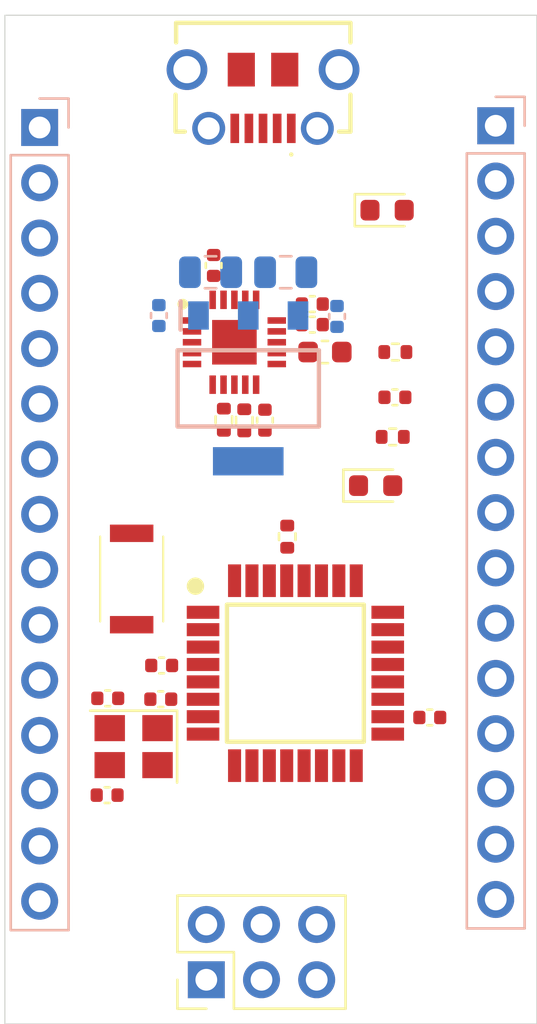
<source format=kicad_pcb>
(kicad_pcb (version 20241229) (generator "pcbnew") (generator_version "9.0")
  (title_block (title "${PCB_NAME}") (date "${CURRENT_DATE}") (rev "${PCB_VERSION}"))
  (layers (0 "F.Cu" mixed) (2 "B.Cu" mixed) (13 "F.Paste" user) (15 "B.Paste" user) (5 "F.SilkS" user "F.Silkscreen") (7 "B.SilkS" user "B.Silkscreen") (1 "F.Mask" user) (3 "B.Mask" user) (25 "Edge.Cuts" user))
  (net 0 "")
  (net 1 "USB_SERIAL.CBUS2")
  (net 2 "A1")
  (net 3 "D8")
  (net 4 "D6")
  (net 5 "MCU.oscpair_XIN")
  (net 6 "LED_L_ANODE")
  (net 7 "D4")
  (net 8 "D7")
  (net 9 "USB_SERIAL.NC_2")
  (net 10 "USB_SERIAL.USBDM_INTERNAL")
  (net 11 "VCC_3V3")
  (net 12 "USB_DATA_D_P")
  (net 13 "A4")
  (net 14 "A7")
  (net 15 "USB_DATA_D_N")
  (net 16 "A5")
  (net 17 "D2")
  (net 18 "D5")
  (net 19 "VCC_VIN")
  (net 20 "UART_RX")
  (net 21 "AREF")
  (net 22 "USB_SERIAL.CBUS3")
  (net 23 "USB_SERIAL.NC")
  (net 24 "D9")
  (net 25 "D11")
  (net 26 "A6")
  (net 27 "USB_SERIAL.NC_3")
  (net 28 "GND")
  (net 29 "LED_PWR_ANODE")
  (net 30 "D10")
  (net 31 "D3")
  (net 32 "USB_SERIAL.RTS")
  (net 33 "VCC_5V")
  (net 34 "USB_SERIAL.CTS")
  (net 35 "USB_SERIAL.P3V3OUT")
  (net 36 "D13")
  (net 37 "USB_VBUS")
  (net 38 "D12")
  (net 39 "A2")
  (net 40 "RESET")
  (net 41 "UART_TX")
  (net 42 "DTR")
  (net 43 "MCU.oscpair_XOUT")
  (net 44 "USB_SERIAL.USBDP_INTERNAL")
  (net 45 "A3")
  (net 46 "A0")
  (net 47 "USB_SERIAL.CBUS1")
  (net 48 "NC")
  (net 49 "USB_SERIAL.CBUS0")
  (footprint "QFN50P400X400X80-21N:QFN50P400X400X80-21N" (layer "F.Cu") (at 84.0225 105.11)
    (property "Reference" "IC3" (hide yes))
    (property "Value" "FT231XQMR" (hide yes))
    (fp_circle (center -2.375 -1.75) (end -2.375 -1.625) (stroke (width 0.25)) (fill no) (layer "F.SilkS"))
    (pad "1" smd rect (at -1.95 -1 90) (size 0.3 0.85) (layers "F.Cu" "F.Mask" "F.Paste") (net 20 "UART_RX"))
    (pad "2" smd rect (at -1.95 -0.5 90) (size 0.3 0.85) (layers "F.Cu" "F.Mask" "F.Paste") (net 27 "USB_SERIAL.NC_3"))
    (pad "3" smd rect (at -1.95 0 90) (size 0.3 0.85) (layers "F.Cu" "F.Mask" "F.Paste") (net 28 "GND"))
    (pad "4" smd rect (at -1.95 0.5 90) (size 0.3 0.85) (layers "F.Cu" "F.Mask" "F.Paste") (net 23 "USB_SERIAL.NC"))
    (pad "5" smd rect (at -1.95 1 90) (size 0.3 0.85) (layers "F.Cu" "F.Mask" "F.Paste") (net 9 "USB_SERIAL.NC_2"))
    (pad "6" smd rect (at -1 1.95) (size 0.3 0.85) (layers "F.Cu" "F.Mask" "F.Paste") (net 34 "USB_SERIAL.CTS"))
    (pad "7" smd rect (at -0.5 1.95) (size 0.3 0.85) (layers "F.Cu" "F.Mask" "F.Paste") (net 1 "USB_SERIAL.CBUS2"))
    (pad "8" smd rect (at 0 1.95) (size 0.3 0.85) (layers "F.Cu" "F.Mask" "F.Paste") (net 44 "USB_SERIAL.USBDP_INTERNAL"))
    (pad "9" smd rect (at 0.5 1.95) (size 0.3 0.85) (layers "F.Cu" "F.Mask" "F.Paste") (net 10 "USB_SERIAL.USBDM_INTERNAL"))
    (pad "10" smd rect (at 1 1.95) (size 0.3 0.85) (layers "F.Cu" "F.Mask" "F.Paste") (net 35 "USB_SERIAL.P3V3OUT"))
    (pad "11" smd rect (at 1.95 1 90) (size 0.3 0.85) (layers "F.Cu" "F.Mask" "F.Paste") (net 33 "VCC_5V"))
    (pad "12" smd rect (at 1.95 0.5 90) (size 0.3 0.85) (layers "F.Cu" "F.Mask" "F.Paste") (net 33 "VCC_5V"))
    (pad "13" smd rect (at 1.95 0 90) (size 0.3 0.85) (layers "F.Cu" "F.Mask" "F.Paste") (net 28 "GND"))
    (pad "14" smd rect (at 1.95 -0.5 90) (size 0.3 0.85) (layers "F.Cu" "F.Mask" "F.Paste") (net 47 "USB_SERIAL.CBUS1"))
    (pad "15" smd rect (at 1.95 -1 90) (size 0.3 0.85) (layers "F.Cu" "F.Mask" "F.Paste") (net 49 "USB_SERIAL.CBUS0"))
    (pad "16" smd rect (at 1 -1.95) (size 0.3 0.85) (layers "F.Cu" "F.Mask" "F.Paste") (net 22 "USB_SERIAL.CBUS3"))
    (pad "17" smd rect (at 0.5 -1.95) (size 0.3 0.85) (layers "F.Cu" "F.Mask" "F.Paste") (net 41 "UART_TX"))
    (pad "18" smd rect (at 0 -1.95) (size 0.3 0.85) (layers "F.Cu" "F.Mask" "F.Paste") (net 42 "DTR"))
    (pad "19" smd rect (at -0.5 -1.95) (size 0.3 0.85) (layers "F.Cu" "F.Mask" "F.Paste") (net 32 "USB_SERIAL.RTS"))
    (pad "20" smd rect (at -1 -1.95) (size 0.3 0.85) (layers "F.Cu" "F.Mask" "F.Paste") (net 33 "VCC_5V"))
    (pad "21" smd rect (at 0 0) (size 2.05 2.05) (layers "F.Cu" "F.Mask" "F.Paste") (net 28 "GND"))
  )
  (footprint "C_0402_1005Metric:C_0402_1005Metric" (layer "F.Cu") (at 91.41 107.64)
    (property "Reference" "C1" (hide yes))
    (property "Value" "100nF" (hide yes))
    (fp_line (start -0.107836 -0.36) (end 0.107836 -0.36) (stroke (width 0.12)) (layer "F.SilkS"))
    (fp_line (start -0.107836 0.36) (end 0.107836 0.36) (stroke (width 0.12)) (layer "F.SilkS"))
    (pad "1" smd roundrect (at -0.48 0) (size 0.56 0.62) (layers "F.Cu" "F.Mask" "F.Paste") (net 42 "DTR"))
    (pad "2" smd roundrect (at 0.48 0) (size 0.56 0.62) (layers "F.Cu" "F.Mask" "F.Paste") (net 40 "RESET"))
  )
  (footprint "C_0402_1005Metric:C_0402_1005Metric" (layer "F.Cu") (at 85.4275 108.69 -90)
    (property "Reference" "C11" (hide yes))
    (property "Value" "100nF 6.3V" (hide yes))
    (fp_line (start -0.107836 0.36) (end 0.107836 0.36) (stroke (width 0.12)) (layer "F.SilkS"))
    (fp_line (start -0.107836 -0.36) (end 0.107836 -0.36) (stroke (width 0.12)) (layer "F.SilkS"))
    (pad "1" smd roundrect (at -0.48 0 270) (size 0.56 0.62) (layers "F.Cu" "F.Mask" "F.Paste") (net 35 "USB_SERIAL.P3V3OUT"))
    (pad "2" smd roundrect (at 0.48 0 270) (size 0.56 0.62) (layers "F.Cu" "F.Mask" "F.Paste") (net 28 "GND"))
  )
  (footprint "C_0402_1005Metric:C_0402_1005Metric" (layer "F.Cu") (at 80.635 121.515 180)
    (property "Reference" "C3" (hide yes))
    (property "Value" "100nF 6.3V" (hide yes))
    (fp_line (start -0.107836 0.36) (end 0.107836 0.36) (stroke (width 0.12)) (layer "F.SilkS"))
    (fp_line (start -0.107836 -0.36) (end 0.107836 -0.36) (stroke (width 0.12)) (layer "F.SilkS"))
    (pad "1" smd roundrect (at -0.48 0 180) (size 0.56 0.62) (layers "F.Cu" "F.Mask" "F.Paste") (net 33 "VCC_5V"))
    (pad "2" smd roundrect (at 0.48 0 180) (size 0.56 0.62) (layers "F.Cu" "F.Mask" "F.Paste") (net 28 "GND"))
  )
  (footprint "Crystal_SMD_3225-4Pin_3.2x2.5mm:Crystal_SMD_3225-4Pin_3.2x2.5mm" (layer "F.Cu") (at 79.385 123.695 180)
    (property "Reference" "Y1" (hide yes))
    (property "Value" "16MHz 18pF" (hide yes))
    (fp_line (start -2 1.65) (end 2 1.65) (stroke (width 0.12)) (layer "F.SilkS"))
    (fp_line (start -2 -1.65) (end -2 1.65) (stroke (width 0.12)) (layer "F.SilkS"))
    (pad "1" smd rect (at -1.1 0.85 180) (size 1.4 1.2) (layers "F.Cu" "F.Mask" "F.Paste") (net 5 "MCU.oscpair_XIN"))
    (pad "2" smd rect (at 1.1 0.85 180) (size 1.4 1.2) (layers "F.Cu" "F.Mask" "F.Paste") (net 28 "GND"))
    (pad "3" smd rect (at 1.1 -0.85 180) (size 1.4 1.2) (layers "F.Cu" "F.Mask" "F.Paste") (net 43 "MCU.oscpair_XOUT"))
    (pad "4" smd rect (at -1.1 -0.85 180) (size 1.4 1.2) (layers "F.Cu" "F.Mask" "F.Paste") (net 28 "GND"))
  )
  (footprint "C_0402_1005Metric:C_0402_1005Metric" (layer "F.Cu") (at 93.015 122.355)
    (property "Reference" "C4" (hide yes))
    (property "Value" "100nF 6.3V" (hide yes))
    (fp_line (start -0.107836 -0.36) (end 0.107836 -0.36) (stroke (width 0.12)) (layer "F.SilkS"))
    (fp_line (start -0.107836 0.36) (end 0.107836 0.36) (stroke (width 0.12)) (layer "F.SilkS"))
    (pad "1" smd roundrect (at -0.48 0) (size 0.56 0.62) (layers "F.Cu" "F.Mask" "F.Paste") (net 33 "VCC_5V"))
    (pad "2" smd roundrect (at 0.48 0) (size 0.56 0.62) (layers "F.Cu" "F.Mask" "F.Paste") (net 28 "GND"))
  )
  (footprint "C_0402_1005Metric:C_0402_1005Metric" (layer "F.Cu") (at 87.6075 103.355)
    (property "Reference" "C13" (hide yes))
    (property "Value" "100nF 10V" (hide yes))
    (fp_line (start -0.107836 -0.36) (end 0.107836 -0.36) (stroke (width 0.12)) (layer "F.SilkS"))
    (fp_line (start -0.107836 0.36) (end 0.107836 0.36) (stroke (width 0.12)) (layer "F.SilkS"))
    (pad "1" smd roundrect (at -0.48 0) (size 0.56 0.62) (layers "F.Cu" "F.Mask" "F.Paste") (net 33 "VCC_5V"))
    (pad "2" smd roundrect (at 0.48 0) (size 0.56 0.62) (layers "F.Cu" "F.Mask" "F.Paste") (net 28 "GND"))
  )
  (footprint "QFP80P900X900X120-32N:QFP80P900X900X120-32N" (layer "F.Cu") (at 86.83 120.32)
    (property "Reference" "IC1" (hide yes))
    (property "Value" "ATMEGA328PMAU" (hide yes))
    (fp_line (start -3.15 -3.15) (end 3.15 -3.15) (stroke (width 0.2)) (layer "F.SilkS"))
    (fp_line (start -3.15 3.15) (end -3.15 -3.15) (stroke (width 0.2)) (layer "F.SilkS"))
    (fp_line (start 3.15 -3.15) (end 3.15 3.15) (stroke (width 0.2)) (layer "F.SilkS"))
    (fp_line (start 3.15 3.15) (end -3.15 3.15) (stroke (width 0.2)) (layer "F.SilkS"))
    (fp_circle (center -4.6 -4) (end -4.6 -3.8) (stroke (width 0.4)) (fill no) (layer "F.SilkS"))
    (pad "1" smd rect (at -4.25 -2.8 90) (size 0.6 1.5) (layers "F.Cu" "F.Mask" "F.Paste") (net 31 "D3"))
    (pad "2" smd rect (at -4.25 -2 90) (size 0.6 1.5) (layers "F.Cu" "F.Mask" "F.Paste") (net 7 "D4"))
    (pad "3" smd rect (at -4.25 -1.2 90) (size 0.6 1.5) (layers "F.Cu" "F.Mask" "F.Paste") (net 28 "GND"))
    (pad "4" smd rect (at -4.25 -0.4 90) (size 0.6 1.5) (layers "F.Cu" "F.Mask" "F.Paste") (net 33 "VCC_5V"))
    (pad "5" smd rect (at -4.25 0.4 90) (size 0.6 1.5) (layers "F.Cu" "F.Mask" "F.Paste") (net 28 "GND"))
    (pad "6" smd rect (at -4.25 1.2 90) (size 0.6 1.5) (layers "F.Cu" "F.Mask" "F.Paste") (net 33 "VCC_5V"))
    (pad "7" smd rect (at -4.25 2 90) (size 0.6 1.5) (layers "F.Cu" "F.Mask" "F.Paste") (net 5 "MCU.oscpair_XIN"))
    (pad "8" smd rect (at -4.25 2.8 90) (size 0.6 1.5) (layers "F.Cu" "F.Mask" "F.Paste") (net 43 "MCU.oscpair_XOUT"))
    (pad "9" smd rect (at -2.8 4.25) (size 0.6 1.5) (layers "F.Cu" "F.Mask" "F.Paste") (net 18 "D5"))
    (pad "10" smd rect (at -2 4.25) (size 0.6 1.5) (layers "F.Cu" "F.Mask" "F.Paste") (net 4 "D6"))
    (pad "11" smd rect (at -1.2 4.25) (size 0.6 1.5) (layers "F.Cu" "F.Mask" "F.Paste") (net 8 "D7"))
    (pad "12" smd rect (at -0.4 4.25) (size 0.6 1.5) (layers "F.Cu" "F.Mask" "F.Paste") (net 3 "D8"))
    (pad "13" smd rect (at 0.4 4.25) (size 0.6 1.5) (layers "F.Cu" "F.Mask" "F.Paste") (net 24 "D9"))
    (pad "14" smd rect (at 1.2 4.25) (size 0.6 1.5) (layers "F.Cu" "F.Mask" "F.Paste") (net 30 "D10"))
    (pad "15" smd rect (at 2 4.25) (size 0.6 1.5) (layers "F.Cu" "F.Mask" "F.Paste") (net 25 "D11"))
    (pad "16" smd rect (at 2.8 4.25) (size 0.6 1.5) (layers "F.Cu" "F.Mask" "F.Paste") (net 38 "D12"))
    (pad "17" smd rect (at 4.25 2.8 90) (size 0.6 1.5) (layers "F.Cu" "F.Mask" "F.Paste") (net 36 "D13"))
    (pad "18" smd rect (at 4.25 2 90) (size 0.6 1.5) (layers "F.Cu" "F.Mask" "F.Paste") (net 33 "VCC_5V"))
    (pad "19" smd rect (at 4.25 1.2 90) (size 0.6 1.5) (layers "F.Cu" "F.Mask" "F.Paste") (net 26 "A6"))
    (pad "20" smd rect (at 4.25 0.4 90) (size 0.6 1.5) (layers "F.Cu" "F.Mask" "F.Paste") (net 21 "AREF"))
    (pad "21" smd rect (at 4.25 -0.4 90) (size 0.6 1.5) (layers "F.Cu" "F.Mask" "F.Paste") (net 28 "GND"))
    (pad "22" smd rect (at 4.25 -1.2 90) (size 0.6 1.5) (layers "F.Cu" "F.Mask" "F.Paste") (net 14 "A7"))
    (pad "23" smd rect (at 4.25 -2 90) (size 0.6 1.5) (layers "F.Cu" "F.Mask" "F.Paste") (net 46 "A0"))
    (pad "24" smd rect (at 4.25 -2.8 90) (size 0.6 1.5) (layers "F.Cu" "F.Mask" "F.Paste") (net 2 "A1"))
    (pad "25" smd rect (at 2.8 -4.25) (size 0.6 1.5) (layers "F.Cu" "F.Mask" "F.Paste") (net 39 "A2"))
    (pad "26" smd rect (at 2 -4.25) (size 0.6 1.5) (layers "F.Cu" "F.Mask" "F.Paste") (net 45 "A3"))
    (pad "27" smd rect (at 1.2 -4.25) (size 0.6 1.5) (layers "F.Cu" "F.Mask" "F.Paste") (net 13 "A4"))
    (pad "28" smd rect (at 0.4 -4.25) (size 0.6 1.5) (layers "F.Cu" "F.Mask" "F.Paste") (net 16 "A5"))
    (pad "29" smd rect (at -0.4 -4.25) (size 0.6 1.5) (layers "F.Cu" "F.Mask" "F.Paste") (net 40 "RESET"))
    (pad "30" smd rect (at -1.2 -4.25) (size 0.6 1.5) (layers "F.Cu" "F.Mask" "F.Paste") (net 20 "UART_RX"))
    (pad "31" smd rect (at -2 -4.25) (size 0.6 1.5) (layers "F.Cu" "F.Mask" "F.Paste") (net 41 "UART_TX"))
    (pad "32" smd rect (at -2.8 -4.25) (size 0.6 1.5) (layers "F.Cu" "F.Mask" "F.Paste") (net 17 "D2"))
  )
  (footprint "PinHeader_2x03_P2.54mm_Vertical:PinHeader_2x03_P2.54mm_Vertical" (layer "F.Cu") (at 82.73 134.41 90)
    (property "Reference" "J4" (hide yes))
    (property "Value" "2.54mm 3x2" (hide yes))
    (fp_line (start 3.87 -1.33) (end 3.87 6.41) (stroke (width 0.12)) (layer "F.SilkS"))
    (fp_line (start 1.270001 -1.33) (end 3.87 -1.33) (stroke (width 0.12)) (layer "F.SilkS"))
    (fp_line (start -1.33 -1.33) (end 0 -1.33) (stroke (width 0.12)) (layer "F.SilkS"))
    (fp_line (start -1.33 0) (end -1.33 -1.33) (stroke (width 0.12)) (layer "F.SilkS"))
    (fp_line (start 1.27 1.27) (end 1.270001 -1.33) (stroke (width 0.12)) (layer "F.SilkS"))
    (fp_line (start -1.33 1.270001) (end 1.27 1.27) (stroke (width 0.12)) (layer "F.SilkS"))
    (fp_line (start -1.33 1.270001) (end -1.33 6.409999) (stroke (width 0.12)) (layer "F.SilkS"))
    (fp_line (start -1.33 6.409999) (end 3.87 6.41) (stroke (width 0.12)) (layer "F.SilkS"))
    (pad "1" thru_hole rect (at 0 0 90) (size 1.7 1.7) (drill 1) (layers "*.Cu" "*.Mask") (net 38 "D12"))
    (pad "2" thru_hole oval (at 2.54 0 90) (size 1.7 1.7) (drill 1) (layers "*.Cu" "*.Mask") (net 33 "VCC_5V"))
    (pad "3" thru_hole oval (at 0 2.54 90) (size 1.7 1.7) (drill 1) (layers "*.Cu" "*.Mask") (net 36 "D13"))
    (pad "4" thru_hole oval (at 2.54 2.54 90) (size 1.7 1.7) (drill 1) (layers "*.Cu" "*.Mask") (net 25 "D11"))
    (pad "5" thru_hole oval (at 0 5.079999 90) (size 1.7 1.7) (drill 1) (layers "*.Cu" "*.Mask") (net 40 "RESET"))
    (pad "6" thru_hole oval (at 2.54 5.08 90) (size 1.7 1.7) (drill 1) (layers "*.Cu" "*.Mask") (net 28 "GND"))
  )
  (footprint "LED_0603_1608Metric:LED_0603_1608Metric" (layer "F.Cu") (at 90.5225 111.7)
    (property "Reference" "D1" (hide yes))
    (property "Value" "LED YELLOW" (hide yes))
    (fp_line (start -1.485 -0.735) (end -1.485 0.735) (stroke (width 0.12)) (layer "F.SilkS"))
    (fp_line (start -1.485 0.735) (end 0.8 0.735) (stroke (width 0.12)) (layer "F.SilkS"))
    (fp_line (start 0.8 -0.735) (end -1.485 -0.735) (stroke (width 0.12)) (layer "F.SilkS"))
    (pad "1" smd roundrect (at -0.7875 0) (size 0.875 0.95) (layers "F.Cu" "F.Mask" "F.Paste") (net 28 "GND"))
    (pad "2" smd roundrect (at 0.7875 0) (size 0.875 0.95) (layers "F.Cu" "F.Mask" "F.Paste") (net 6 "LED_L_ANODE"))
  )
  (footprint "C_0402_1005Metric:C_0402_1005Metric" (layer "F.Cu") (at 78.165 125.925 180)
    (property "Reference" "C6" (hide yes))
    (property "Value" "22pF C0G" (hide yes))
    (fp_line (start -0.107836 0.36) (end 0.107836 0.36) (stroke (width 0.12)) (layer "F.SilkS"))
    (fp_line (start -0.107836 -0.36) (end 0.107836 -0.36) (stroke (width 0.12)) (layer "F.SilkS"))
    (pad "1" smd roundrect (at -0.48 0 180) (size 0.56 0.62) (layers "F.Cu" "F.Mask" "F.Paste") (net 43 "MCU.oscpair_XOUT"))
    (pad "2" smd roundrect (at 0.48 0 180) (size 0.56 0.62) (layers "F.Cu" "F.Mask" "F.Paste") (net 28 "GND"))
  )
  (footprint "C_0603_1608Metric:C_0603_1608Metric" (layer "F.Cu") (at 88.19 105.56)
    (property "Reference" "C15" (hide yes))
    (property "Value" "4.7uF 10V" (hide yes))
    (fp_line (start -0.14058 -0.51) (end 0.14058 -0.51) (stroke (width 0.12)) (layer "F.SilkS"))
    (fp_line (start -0.14058 0.51) (end 0.14058 0.51) (stroke (width 0.12)) (layer "F.SilkS"))
    (pad "1" smd roundrect (at -0.775 0) (size 0.9 0.95) (layers "F.Cu" "F.Mask" "F.Paste") (net 33 "VCC_5V"))
    (pad "2" smd roundrect (at 0.775 0) (size 0.9 0.95) (layers "F.Cu" "F.Mask" "F.Paste") (net 28 "GND"))
  )
  (footprint "C_0402_1005Metric:C_0402_1005Metric" (layer "F.Cu") (at 78.195 121.475 180)
    (property "Reference" "C5" (hide yes))
    (property "Value" "22pF C0G" (hide yes))
    (fp_line (start -0.107836 0.36) (end 0.107836 0.36) (stroke (width 0.12)) (layer "F.SilkS"))
    (fp_line (start -0.107836 -0.36) (end 0.107836 -0.36) (stroke (width 0.12)) (layer "F.SilkS"))
    (pad "1" smd roundrect (at -0.48 0 180) (size 0.56 0.62) (layers "F.Cu" "F.Mask" "F.Paste") (net 5 "MCU.oscpair_XIN"))
    (pad "2" smd roundrect (at 0.48 0 180) (size 0.56 0.62) (layers "F.Cu" "F.Mask" "F.Paste") (net 28 "GND"))
  )
  (footprint "R_0402_1005Metric:R_0402_1005Metric" (layer "F.Cu") (at 83.5375 108.670001 -90)
    (property "Reference" "R5" (hide yes))
    (property "Value" "27 5%" (hide yes))
    (fp_line (start -0.153641 0.38) (end 0.153641 0.38) (stroke (width 0.12)) (layer "F.SilkS"))
    (fp_line (start -0.153641 -0.38) (end 0.153641 -0.38) (stroke (width 0.12)) (layer "F.SilkS"))
    (pad "1" smd roundrect (at -0.51 0 270) (size 0.54 0.64) (layers "F.Cu" "F.Mask" "F.Paste") (net 44 "USB_SERIAL.USBDP_INTERNAL"))
    (pad "2" smd roundrect (at 0.51 0 270) (size 0.54 0.64) (layers "F.Cu" "F.Mask" "F.Paste") (net 12 "USB_DATA_D_P"))
  )
  (footprint "C_0402_1005Metric:C_0402_1005Metric" (layer "F.Cu") (at 87.6075 104.3)
    (property "Reference" "C14" (hide yes))
    (property "Value" "100nF 10V" (hide yes))
    (fp_line (start -0.107836 -0.36) (end 0.107836 -0.36) (stroke (width 0.12)) (layer "F.SilkS"))
    (fp_line (start -0.107836 0.36) (end 0.107836 0.36) (stroke (width 0.12)) (layer "F.SilkS"))
    (pad "1" smd roundrect (at -0.48 0) (size 0.56 0.62) (layers "F.Cu" "F.Mask" "F.Paste") (net 33 "VCC_5V"))
    (pad "2" smd roundrect (at 0.48 0) (size 0.56 0.62) (layers "F.Cu" "F.Mask" "F.Paste") (net 28 "GND"))
  )
  (footprint "R_0402_1005Metric:R_0402_1005Metric" (layer "F.Cu") (at 86.455 114.045 90)
    (property "Reference" "R1" (hide yes))
    (property "Value" "10k 5%" (hide yes))
    (fp_line (start -0.153641 -0.38) (end 0.153641 -0.38) (stroke (width 0.12)) (layer "F.SilkS"))
    (fp_line (start -0.153641 0.38) (end 0.153641 0.38) (stroke (width 0.12)) (layer "F.SilkS"))
    (pad "1" smd roundrect (at -0.51 0 90) (size 0.54 0.64) (layers "F.Cu" "F.Mask" "F.Paste") (net 40 "RESET"))
    (pad "2" smd roundrect (at 0.51 0 90) (size 0.54 0.64) (layers "F.Cu" "F.Mask" "F.Paste") (net 33 "VCC_5V"))
  )
  (footprint "C_0402_1005Metric:C_0402_1005Metric" (layer "F.Cu") (at 80.675 119.965 180)
    (property "Reference" "C2" (hide yes))
    (property "Value" "100nF 6.3V" (hide yes))
    (fp_line (start -0.107836 0.36) (end 0.107836 0.36) (stroke (width 0.12)) (layer "F.SilkS"))
    (fp_line (start -0.107836 -0.36) (end 0.107836 -0.36) (stroke (width 0.12)) (layer "F.SilkS"))
    (pad "1" smd roundrect (at -0.48 0 180) (size 0.56 0.62) (layers "F.Cu" "F.Mask" "F.Paste") (net 33 "VCC_5V"))
    (pad "2" smd roundrect (at 0.48 0 180) (size 0.56 0.62) (layers "F.Cu" "F.Mask" "F.Paste") (net 28 "GND"))
  )
  (footprint "R_0402_1005Metric:R_0402_1005Metric" (layer "F.Cu") (at 91.31 109.46)
    (property "Reference" "R2" (hide yes))
    (property "Value" "1k 5%" (hide yes))
    (fp_line (start -0.153641 -0.38) (end 0.153641 -0.38) (stroke (width 0.12)) (layer "F.SilkS"))
    (fp_line (start -0.153641 0.38) (end 0.153641 0.38) (stroke (width 0.12)) (layer "F.SilkS"))
    (pad "1" smd roundrect (at -0.51 0) (size 0.54 0.64) (layers "F.Cu" "F.Mask" "F.Paste") (net 36 "D13"))
    (pad "2" smd roundrect (at 0.51 0) (size 0.54 0.64) (layers "F.Cu" "F.Mask" "F.Paste") (net 6 "LED_L_ANODE"))
  )
  (footprint "LED_0603_1608Metric:LED_0603_1608Metric" (layer "F.Cu") (at 91.05 99.04)
    (property "Reference" "D2" (hide yes))
    (property "Value" "LED GREEN" (hide yes))
    (fp_line (start -1.485 -0.735) (end -1.485 0.735) (stroke (width 0.12)) (layer "F.SilkS"))
    (fp_line (start -1.485 0.735) (end 0.8 0.735) (stroke (width 0.12)) (layer "F.SilkS"))
    (fp_line (start 0.8 -0.735) (end -1.485 -0.735) (stroke (width 0.12)) (layer "F.SilkS"))
    (pad "1" smd roundrect (at -0.7875 0) (size 0.875 0.95) (layers "F.Cu" "F.Mask" "F.Paste") (net 28 "GND"))
    (pad "2" smd roundrect (at 0.7875 0) (size 0.875 0.95) (layers "F.Cu" "F.Mask" "F.Paste") (net 29 "LED_PWR_ANODE"))
  )
  (footprint "101181940001LF:101181940001LF" (layer "F.Cu") (at 85.34 92.93 180)
    (property "Reference" "J3" (hide yes))
    (property "Value" "10118194M0001LF" (hide yes))
    (fp_line (start 4.025 -2.5) (end 4.025 -0.8) (stroke (width 0.2)) (layer "F.SilkS"))
    (fp_line (start 4 2.5) (end 4 1.6) (stroke (width 0.2)) (layer "F.SilkS"))
    (fp_line (start 3.599999 -2.5) (end 4.025 -2.5) (stroke (width 0.2)) (layer "F.SilkS"))
    (fp_line (start -1.3 -3.5) (end -1.3 -3.5) (stroke (width 0.1)) (layer "F.SilkS"))
    (fp_line (start -1.3 -3.6) (end -1.3 -3.6) (stroke (width 0.1)) (layer "F.SilkS"))
    (fp_line (start -4.025 2.5) (end 4 2.5) (stroke (width 0.2)) (layer "F.SilkS"))
    (fp_line (start -4.025 1.6) (end -4.025 2.5) (stroke (width 0.2)) (layer "F.SilkS"))
    (fp_line (start -4.025 -0.8) (end -4.025 -2.5) (stroke (width 0.2)) (layer "F.SilkS"))
    (fp_line (start -4.025 -2.5) (end -3.5 -2.5) (stroke (width 0.2)) (layer "F.SilkS"))
    (fp_arc (start -1.3 -3.5) (mid -1.35 -3.55) (end -1.3 -3.6) (stroke (width 0.1)) (layer "F.SilkS"))
    (fp_arc (start -1.3 -3.6) (mid -1.25 -3.550001) (end -1.3 -3.5) (stroke (width 0.1)) (layer "F.SilkS"))
    (pad "1" smd rect (at -1.3 -2.35 180) (size 0.4 1.35) (layers "F.Cu" "F.Mask" "F.Paste") (net 37 "USB_VBUS"))
    (pad "2" smd rect (at -0.649999 -2.35 180) (size 0.4 1.35) (layers "F.Cu" "F.Mask" "F.Paste") (net 15 "USB_DATA_D_N"))
    (pad "3" smd rect (at 0 -2.35 180) (size 0.4 1.35) (layers "F.Cu" "F.Mask" "F.Paste") (net 12 "USB_DATA_D_P"))
    (pad "4" smd rect (at 0.649999 -2.35 180) (size 0.4 1.35) (layers "F.Cu" "F.Mask" "F.Paste") (net 48 "NC"))
    (pad "5" smd rect (at 1.3 -2.35 180) (size 0.4 1.35) (layers "F.Cu" "F.Mask" "F.Paste") (net 28 "GND"))
    (pad "MH1" thru_hole circle (at -2.5 -2.35 180) (size 1.515 1.515) (drill 1.01) (layers "*.Cu" "*.Mask") (net 28 "GND"))
    (pad "MH2" thru_hole circle (at -3.5 0.35 180) (size 1.875 1.875) (drill 1.25) (layers "*.Cu" "*.Mask") (net 28 "GND"))
    (pad "MH3" thru_hole circle (at 3.5 0.35 180) (size 1.875 1.875) (drill 1.25) (layers "*.Cu" "*.Mask") (net 28 "GND"))
    (pad "MH4" thru_hole circle (at 2.5 -2.35 180) (size 1.515 1.515) (drill 1.01) (layers "*.Cu" "*.Mask") (net 28 "GND"))
    (pad "MP1" smd rect (at -1 0.35 180) (size 1.25 1.55) (layers "F.Cu" "F.Mask" "F.Paste") (net 28 "GND"))
    (pad "MP2" smd rect (at 1 0.35 180) (size 1.25 1.55) (layers "F.Cu" "F.Mask" "F.Paste") (net 28 "GND"))
  )
  (footprint "C_0402_1005Metric:C_0402_1005Metric" (layer "F.Cu") (at 83.0675 101.58 90)
    (property "Reference" "C12" (hide yes))
    (property "Value" "100nF 10V" (hide yes))
    (fp_line (start -0.107836 -0.36) (end 0.107836 -0.36) (stroke (width 0.12)) (layer "F.SilkS"))
    (fp_line (start -0.107836 0.36) (end 0.107836 0.36) (stroke (width 0.12)) (layer "F.SilkS"))
    (pad "1" smd roundrect (at -0.48 0 90) (size 0.56 0.62) (layers "F.Cu" "F.Mask" "F.Paste") (net 33 "VCC_5V"))
    (pad "2" smd roundrect (at 0.48 0 90) (size 0.56 0.62) (layers "F.Cu" "F.Mask" "F.Paste") (net 28 "GND"))
  )
  (footprint "R_0402_1005Metric:R_0402_1005Metric" (layer "F.Cu") (at 84.4775 108.700001 -90)
    (property "Reference" "R4" (hide yes))
    (property "Value" "27 5%" (hide yes))
    (fp_line (start -0.153641 0.38) (end 0.153641 0.38) (stroke (width 0.12)) (layer "F.SilkS"))
    (fp_line (start -0.153641 -0.38) (end 0.153641 -0.38) (stroke (width 0.12)) (layer "F.SilkS"))
    (pad "1" smd roundrect (at -0.51 0 270) (size 0.54 0.64) (layers "F.Cu" "F.Mask" "F.Paste") (net 10 "USB_SERIAL.USBDM_INTERNAL"))
    (pad "2" smd roundrect (at 0.51 0 270) (size 0.54 0.64) (layers "F.Cu" "F.Mask" "F.Paste") (net 15 "USB_DATA_D_N"))
  )
  (footprint "R_0402_1005Metric:R_0402_1005Metric" (layer "F.Cu") (at 91.43 105.56)
    (property "Reference" "R3" (hide yes))
    (property "Value" "1k 5%" (hide yes))
    (fp_line (start -0.153641 -0.38) (end 0.153641 -0.38) (stroke (width 0.12)) (layer "F.SilkS"))
    (fp_line (start -0.153641 0.38) (end 0.153641 0.38) (stroke (width 0.12)) (layer "F.SilkS"))
    (pad "1" smd roundrect (at -0.51 0) (size 0.54 0.64) (layers "F.Cu" "F.Mask" "F.Paste") (net 33 "VCC_5V"))
    (pad "2" smd roundrect (at 0.51 0) (size 0.54 0.64) (layers "F.Cu" "F.Mask" "F.Paste") (net 29 "LED_PWR_ANODE"))
  )
  (footprint "SKRKAEE020:SKRKAEE020" (layer "F.Cu") (at 79.29476 115.991205 90)
    (property "Reference" "S1" (hide yes))
    (property "Value" "SKRKAHE020" (hide yes))
    (fp_line (start -1.95 -1.45) (end 1.95 -1.45) (stroke (width 0.1)) (layer "F.SilkS"))
    (fp_line (start -1.95 1.45) (end 1.95 1.45) (stroke (width 0.1)) (layer "F.SilkS"))
    (pad "1" smd rect (at -2.1 0 90) (size 0.8 2) (layers "F.Cu" "F.Mask" "F.Paste") (net 40 "RESET"))
    (pad "2" smd rect (at 2.1 0 90) (size 0.8 2) (layers "F.Cu" "F.Mask" "F.Paste") (net 28 "GND"))
  )
  (footprint "C_0402_1005Metric:C_0402_1005Metric" (layer "B.Cu") (at 88.745711 103.922427 90)
    (property "Reference" "C8" (hide yes))
    (property "Value" "100nF 25V" (hide yes))
    (fp_line (start -0.107836 -0.36) (end 0.107836 -0.36) (stroke (width 0.12)) (layer "B.SilkS"))
    (fp_line (start -0.107836 0.36) (end 0.107836 0.36) (stroke (width 0.12)) (layer "B.SilkS"))
    (pad "1" smd roundrect (at -0.48 0 90) (size 0.56 0.62) (layers "B.Cu" "B.Mask" "B.Paste") (net 37 "USB_VBUS"))
    (pad "2" smd roundrect (at 0.48 0 90) (size 0.56 0.62) (layers "B.Cu" "B.Mask" "B.Paste") (net 28 "GND"))
  )
  (footprint "SOT229P700X180-4N:SOT229P700X180-4N" (layer "B.Cu") (at 84.66 107.23 -90)
    (property "Reference" "IC2" (hide yes))
    (property "Value" "AMS1117M5_0" (hide yes))
    (fp_line (start -1.752 3.252) (end 1.752 3.252) (stroke (width 0.2)) (layer "B.SilkS"))
    (fp_line (start 1.752 3.252) (end 1.752 -3.252) (stroke (width 0.2)) (layer "B.SilkS"))
    (fp_line (start -4 3.115) (end -2.7 3.115) (stroke (width 0.2)) (layer "B.SilkS"))
    (fp_line (start -1.752 -3.252) (end -1.752 3.252) (stroke (width 0.2)) (layer "B.SilkS"))
    (fp_line (start 1.752 -3.252) (end -1.752 -3.252) (stroke (width 0.2)) (layer "B.SilkS"))
    (pad "1" smd rect (at -3.35 2.29 180) (size 0.95 1.3) (layers "B.Cu" "B.Mask" "B.Paste") (net 28 "GND"))
    (pad "2" smd rect (at -3.35 0 180) (size 0.95 1.3) (layers "B.Cu" "B.Mask" "B.Paste") (net 33 "VCC_5V"))
    (pad "3" smd rect (at -3.35 -2.29 180) (size 0.95 1.3) (layers "B.Cu" "B.Mask" "B.Paste") (net 37 "USB_VBUS"))
    (pad "4" smd rect (at 3.35 0 270) (size 1.3 3.25) (layers "B.Cu" "B.Mask" "B.Paste") (net 28 "GND"))
  )
  (footprint "C_0805_2012Metric:C_0805_2012Metric" (layer "B.Cu") (at 86.385712 101.892427)
    (property "Reference" "C7" (hide yes))
    (property "Value" "10uF 25V" (hide yes))
    (fp_line (start -0.261252 -0.735) (end 0.261252 -0.735) (stroke (width 0.12)) (layer "B.SilkS"))
    (fp_line (start -0.261252 0.735) (end 0.261252 0.735) (stroke (width 0.12)) (layer "B.SilkS"))
    (pad "1" smd roundrect (at -0.95 0) (size 1 1.45) (layers "B.Cu" "B.Mask" "B.Paste") (net 37 "USB_VBUS"))
    (pad "2" smd roundrect (at 0.95 0) (size 1 1.45) (layers "B.Cu" "B.Mask" "B.Paste") (net 28 "GND"))
  )
  (footprint "PinHeader_1x15_P2.54mm_Vertical:PinHeader_1x15_P2.54mm_Vertical" (layer "B.Cu") (at 96.05 95.16 180)
    (property "Reference" "J2" (hide yes))
    (property "Value" "2.54mm 15x1" (hide yes))
    (fp_line (start 1.33 -1.270001) (end 1.33 -36.89) (stroke (width 0.12)) (layer "B.SilkS"))
    (fp_line (start -1.33 1.33) (end 0 1.33) (stroke (width 0.12)) (layer "B.SilkS"))
    (fp_line (start -1.33 0) (end -1.33 1.33) (stroke (width 0.12)) (layer "B.SilkS"))
    (fp_line (start -1.33 -1.270001) (end 1.33 -1.270001) (stroke (width 0.12)) (layer "B.SilkS"))
    (fp_line (start -1.33 -1.270001) (end -1.33 -36.89) (stroke (width 0.12)) (layer "B.SilkS"))
    (fp_line (start -1.33 -36.89) (end 1.33 -36.89) (stroke (width 0.12)) (layer "B.SilkS"))
    (pad "1" thru_hole rect (at 0 0 180) (size 1.7 1.7) (drill 1) (layers "*.Cu" "*.Mask") (net 19 "VCC_VIN"))
    (pad "2" thru_hole oval (at 0 -2.54 180) (size 1.7 1.7) (drill 1) (layers "*.Cu" "*.Mask") (net 28 "GND"))
    (pad "3" thru_hole oval (at 0 -5.079999 180) (size 1.7 1.7) (drill 1) (layers "*.Cu" "*.Mask") (net 40 "RESET"))
    (pad "4" thru_hole oval (at 0 -7.62 180) (size 1.7 1.7) (drill 1) (layers "*.Cu" "*.Mask") (net 33 "VCC_5V"))
    (pad "5" thru_hole oval (at 0 -10.16 180) (size 1.7 1.7) (drill 1) (layers "*.Cu" "*.Mask") (net 46 "A0"))
    (pad "6" thru_hole oval (at 0 -12.7 180) (size 1.7 1.7) (drill 1) (layers "*.Cu" "*.Mask") (net 2 "A1"))
    (pad "7" thru_hole oval (at 0 -15.24 180) (size 1.7 1.7) (drill 1) (layers "*.Cu" "*.Mask") (net 39 "A2"))
    (pad "8" thru_hole oval (at 0 -17.780001 180) (size 1.7 1.7) (drill 1) (layers "*.Cu" "*.Mask") (net 45 "A3"))
    (pad "9" thru_hole oval (at 0 -20.32 180) (size 1.7 1.7) (drill 1) (layers "*.Cu" "*.Mask") (net 13 "A4"))
    (pad "10" thru_hole oval (at 0 -22.86 180) (size 1.7 1.7) (drill 1) (layers "*.Cu" "*.Mask") (net 16 "A5"))
    (pad "11" thru_hole oval (at 0 -25.4 180) (size 1.7 1.7) (drill 1) (layers "*.Cu" "*.Mask") (net 26 "A6"))
    (pad "12" thru_hole oval (at 0 -27.939999 180) (size 1.7 1.7) (drill 1) (layers "*.Cu" "*.Mask") (net 14 "A7"))
    (pad "13" thru_hole oval (at 0 -30.48 180) (size 1.7 1.7) (drill 1) (layers "*.Cu" "*.Mask") (net 21 "AREF"))
    (pad "14" thru_hole oval (at 0 -33.02 180) (size 1.7 1.7) (drill 1) (layers "*.Cu" "*.Mask") (net 11 "VCC_3V3"))
    (pad "15" thru_hole oval (at 0 -35.56 180) (size 1.7 1.7) (drill 1) (layers "*.Cu" "*.Mask") (net 36 "D13"))
  )
  (footprint "C_0805_2012Metric:C_0805_2012Metric" (layer "B.Cu") (at 82.925712 101.892427 180)
    (property "Reference" "C9" (hide yes))
    (property "Value" "22uF 10V" (hide yes))
    (fp_line (start -0.261252 0.735) (end 0.261252 0.735) (stroke (width 0.12)) (layer "B.SilkS"))
    (fp_line (start -0.261252 -0.735) (end 0.261252 -0.735) (stroke (width 0.12)) (layer "B.SilkS"))
    (pad "1" smd roundrect (at -0.95 0 180) (size 1 1.45) (layers "B.Cu" "B.Mask" "B.Paste") (net 33 "VCC_5V"))
    (pad "2" smd roundrect (at 0.95 0 180) (size 1 1.45) (layers "B.Cu" "B.Mask" "B.Paste") (net 28 "GND"))
  )
  (footprint "PinHeader_1x15_P2.54mm_Vertical:PinHeader_1x15_P2.54mm_Vertical" (layer "B.Cu") (at 75.06 95.24 180)
    (property "Reference" "J1" (hide yes))
    (property "Value" "2.54mm 15x1" (hide yes))
    (fp_line (start 1.33 -1.270001) (end 1.33 -36.89) (stroke (width 0.12)) (layer "B.SilkS"))
    (fp_line (start -1.33 1.33) (end 0 1.33) (stroke (width 0.12)) (layer "B.SilkS"))
    (fp_line (start -1.33 0) (end -1.33 1.33) (stroke (width 0.12)) (layer "B.SilkS"))
    (fp_line (start -1.33 -1.270001) (end 1.33 -1.270001) (stroke (width 0.12)) (layer "B.SilkS"))
    (fp_line (start -1.33 -1.270001) (end -1.33 -36.89) (stroke (width 0.12)) (layer "B.SilkS"))
    (fp_line (start -1.33 -36.89) (end 1.33 -36.89) (stroke (width 0.12)) (layer "B.SilkS"))
    (pad "1" thru_hole rect (at 0 0 180) (size 1.7 1.7) (drill 1) (layers "*.Cu" "*.Mask") (net 20 "UART_RX"))
    (pad "2" thru_hole oval (at 0 -2.54 180) (size 1.7 1.7) (drill 1) (layers "*.Cu" "*.Mask") (net 40 "RESET"))
    (pad "3" thru_hole oval (at 0 -5.079999 180) (size 1.7 1.7) (drill 1) (layers "*.Cu" "*.Mask") (net 28 "GND"))
    (pad "4" thru_hole oval (at 0 -7.62 180) (size 1.7 1.7) (drill 1) (layers "*.Cu" "*.Mask") (net 41 "UART_TX"))
    (pad "5" thru_hole oval (at 0 -10.16 180) (size 1.7 1.7) (drill 1) (layers "*.Cu" "*.Mask") (net 17 "D2"))
    (pad "6" thru_hole oval (at 0 -12.7 180) (size 1.7 1.7) (drill 1) (layers "*.Cu" "*.Mask") (net 31 "D3"))
    (pad "7" thru_hole oval (at 0 -15.24 180) (size 1.7 1.7) (drill 1) (layers "*.Cu" "*.Mask") (net 7 "D4"))
    (pad "8" thru_hole oval (at 0 -17.780001 180) (size 1.7 1.7) (drill 1) (layers "*.Cu" "*.Mask") (net 18 "D5"))
    (pad "9" thru_hole oval (at 0 -20.32 180) (size 1.7 1.7) (drill 1) (layers "*.Cu" "*.Mask") (net 4 "D6"))
    (pad "10" thru_hole oval (at 0 -22.86 180) (size 1.7 1.7) (drill 1) (layers "*.Cu" "*.Mask") (net 8 "D7"))
    (pad "11" thru_hole oval (at 0 -25.4 180) (size 1.7 1.7) (drill 1) (layers "*.Cu" "*.Mask") (net 3 "D8"))
    (pad "12" thru_hole oval (at 0 -27.939999 180) (size 1.7 1.7) (drill 1) (layers "*.Cu" "*.Mask") (net 24 "D9"))
    (pad "13" thru_hole oval (at 0 -30.48 180) (size 1.7 1.7) (drill 1) (layers "*.Cu" "*.Mask") (net 30 "D10"))
    (pad "14" thru_hole oval (at 0 -33.02 180) (size 1.7 1.7) (drill 1) (layers "*.Cu" "*.Mask") (net 25 "D11"))
    (pad "15" thru_hole oval (at 0 -35.56 180) (size 1.7 1.7) (drill 1) (layers "*.Cu" "*.Mask") (net 38 "D12"))
  )
  (footprint "C_0402_1005Metric:C_0402_1005Metric" (layer "B.Cu") (at 80.545711 103.882427 90)
    (property "Reference" "C10" (hide yes))
    (property "Value" "100nF 10V" (hide yes))
    (fp_line (start -0.107836 -0.36) (end 0.107836 -0.36) (stroke (width 0.12)) (layer "B.SilkS"))
    (fp_line (start -0.107836 0.36) (end 0.107836 0.36) (stroke (width 0.12)) (layer "B.SilkS"))
    (pad "1" smd roundrect (at -0.48 0 90) (size 0.56 0.62) (layers "B.Cu" "B.Mask" "B.Paste") (net 33 "VCC_5V"))
    (pad "2" smd roundrect (at 0.48 0 90) (size 0.56 0.62) (layers "B.Cu" "B.Mask" "B.Paste") (net 28 "GND"))
  )
  (gr_rect (start 73.46 90.08) (end 97.94 136.44) (stroke (width 0.05)) (fill no) (layer "Edge.Cuts"))
)
</source>
